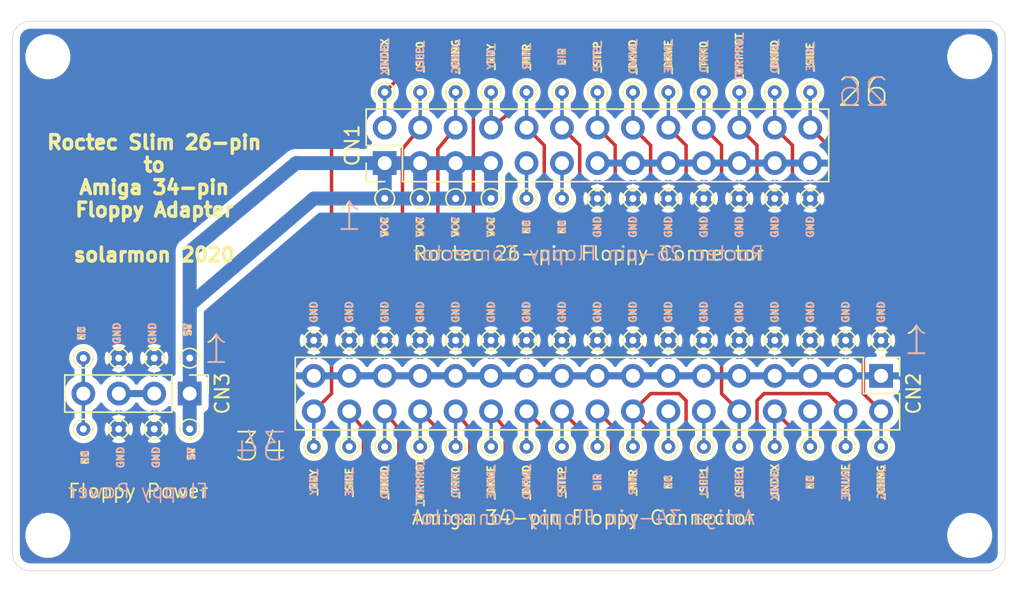
<source format=kicad_pcb>
(kicad_pcb (version 20171130) (host pcbnew "(5.1.2)-2")
  (layers (0 F.Cu signal) (31 B.Cu signal) (34 B.Paste user) (35 F.Paste user) (36 B.SilkS user) (37 F.SilkS user) (38 B.Mask user) (39 F.Mask user) (44 Edge.Cuts user))
  (net 0 "")
  (net 1 /_SIDE)
  (net 2 GND)
  (net 3 /_DKRD)
  (net 4 /_WRPROT)
  (net 5 /_TRK0)
  (net 6 /_DKWE)
  (net 7 /_DKWD)
  (net 8 /_STEP)
  (net 9 /DIR)
  (net 10 "Net-(CN1-Pad11)")
  (net 11 /_INUSE)
  (net 12 "Net-(CN1-Pad9)")
  (net 13 /_RDY)
  (net 14 VCC)
  (net 15 /_CHNG)
  (net 16 /_SEL0)
  (net 17 /_INDEX)
  (net 18 "Net-(CN2-Pad14)")
  (net 19 /_SEL1)
  (net 20 "Net-(CN2-Pad6)")
  (net 21 "Net-(CN3-Pad4)")
  (module TestPoint:TestPoint_THTPad_D1.0mm_Drill0.5mm (layer F.Cu) (at 132.08 97.79)
    (fp_text reference "" hide)
    (fp_text value TestPoint_THTPad_D1.0mm_Drill0.5mm)
    (pad "" thru_hole circle (at 0 0) (size 1 1) (drill 0.5) (layers *.Cu *.Mask) (net 2 GND))
  )
  (module TestPoint:TestPoint_THTPad_D1.0mm_Drill0.5mm (layer F.Cu) (at 134.62 97.79)
    (fp_text reference "" hide)
    (fp_text value TestPoint_THTPad_D1.0mm_Drill0.5mm)
    (pad "" thru_hole circle (at 0 0) (size 1 1) (drill 0.5) (layers *.Cu *.Mask) (net 2 GND))
  )
  (module TestPoint:TestPoint_THTPad_D1.0mm_Drill0.5mm (layer F.Cu) (at 137.16 97.79)
    (fp_text reference "" hide)
    (fp_text value TestPoint_THTPad_D1.0mm_Drill0.5mm)
    (pad "" thru_hole circle (at 0 0) (size 1 1) (drill 0.5) (layers *.Cu *.Mask) (net 2 GND))
  )
  (module TestPoint:TestPoint_THTPad_D1.0mm_Drill0.5mm (layer F.Cu) (at 139.7 97.79)
    (fp_text reference "" hide)
    (fp_text value TestPoint_THTPad_D1.0mm_Drill0.5mm)
    (pad "" thru_hole circle (at 0 0) (size 1 1) (drill 0.5) (layers *.Cu *.Mask) (net 2 GND))
  )
  (module TestPoint:TestPoint_THTPad_D1.0mm_Drill0.5mm (layer F.Cu) (at 142.24 97.79)
    (fp_text reference "" hide)
    (fp_text value TestPoint_THTPad_D1.0mm_Drill0.5mm)
    (pad "" thru_hole circle (at 0 0) (size 1 1) (drill 0.5) (layers *.Cu *.Mask) (net 2 GND))
  )
  (module TestPoint:TestPoint_THTPad_D1.0mm_Drill0.5mm (layer F.Cu) (at 144.78 97.79)
    (fp_text reference "" hide)
    (fp_text value TestPoint_THTPad_D1.0mm_Drill0.5mm)
    (pad "" thru_hole circle (at 0 0) (size 1 1) (drill 0.5) (layers *.Cu *.Mask) (net 2 GND))
  )
  (module TestPoint:TestPoint_THTPad_D1.0mm_Drill0.5mm (layer F.Cu) (at 147.32 97.79)
    (fp_text reference "" hide)
    (fp_text value TestPoint_THTPad_D1.0mm_Drill0.5mm)
    (pad "" thru_hole circle (at 0 0) (size 1 1) (drill 0.5) (layers *.Cu *.Mask) (net 2 GND))
  )
  (module TestPoint:TestPoint_THTPad_D1.0mm_Drill0.5mm (layer F.Cu) (at 111.76 107.95)
    (fp_text reference "" hide)
    (fp_text value TestPoint_THTPad_D1.0mm_Drill0.5mm)
    (pad "" thru_hole circle (at 0 0) (size 1 1) (drill 0.5) (layers *.Cu *.Mask) (net 2 GND))
  )
  (module TestPoint:TestPoint_THTPad_D1.0mm_Drill0.5mm (layer F.Cu) (at 114.3 107.95)
    (fp_text reference "" hide)
    (fp_text value TestPoint_THTPad_D1.0mm_Drill0.5mm)
    (pad "" thru_hole circle (at 0 0) (size 1 1) (drill 0.5) (layers *.Cu *.Mask) (net 2 GND))
  )
  (module TestPoint:TestPoint_THTPad_D1.0mm_Drill0.5mm (layer F.Cu) (at 116.84 107.95)
    (fp_text reference "" hide)
    (fp_text value TestPoint_THTPad_D1.0mm_Drill0.5mm)
    (pad "" thru_hole circle (at 0 0) (size 1 1) (drill 0.5) (layers *.Cu *.Mask) (net 2 GND))
  )
  (module TestPoint:TestPoint_THTPad_D1.0mm_Drill0.5mm (layer F.Cu) (at 119.38 107.95)
    (fp_text reference "" hide)
    (fp_text value TestPoint_THTPad_D1.0mm_Drill0.5mm)
    (pad "" thru_hole circle (at 0 0) (size 1 1) (drill 0.5) (layers *.Cu *.Mask) (net 2 GND))
  )
  (module TestPoint:TestPoint_THTPad_D1.0mm_Drill0.5mm (layer F.Cu) (at 121.92 107.95)
    (fp_text reference "" hide)
    (fp_text value TestPoint_THTPad_D1.0mm_Drill0.5mm)
    (pad "" thru_hole circle (at 0 0) (size 1 1) (drill 0.5) (layers *.Cu *.Mask) (net 2 GND))
  )
  (module TestPoint:TestPoint_THTPad_D1.0mm_Drill0.5mm (layer F.Cu) (at 124.46 107.95)
    (fp_text reference "" hide)
    (fp_text value TestPoint_THTPad_D1.0mm_Drill0.5mm)
    (pad "" thru_hole circle (at 0 0) (size 1 1) (drill 0.5) (layers *.Cu *.Mask) (net 2 GND))
  )
  (module TestPoint:TestPoint_THTPad_D1.0mm_Drill0.5mm (layer F.Cu) (at 127 107.95)
    (fp_text reference "" hide)
    (fp_text value TestPoint_THTPad_D1.0mm_Drill0.5mm)
    (pad "" thru_hole circle (at 0 0) (size 1 1) (drill 0.5) (layers *.Cu *.Mask) (net 2 GND))
  )
  (module TestPoint:TestPoint_THTPad_D1.0mm_Drill0.5mm (layer F.Cu) (at 129.54 107.95)
    (fp_text reference "" hide)
    (fp_text value TestPoint_THTPad_D1.0mm_Drill0.5mm)
    (pad "" thru_hole circle (at 0 0) (size 1 1) (drill 0.5) (layers *.Cu *.Mask) (net 2 GND))
  )
  (module TestPoint:TestPoint_THTPad_D1.0mm_Drill0.5mm (layer F.Cu) (at 132.08 107.95)
    (fp_text reference "" hide)
    (fp_text value TestPoint_THTPad_D1.0mm_Drill0.5mm)
    (pad "" thru_hole circle (at 0 0) (size 1 1) (drill 0.5) (layers *.Cu *.Mask) (net 2 GND))
  )
  (module TestPoint:TestPoint_THTPad_D1.0mm_Drill0.5mm (layer F.Cu) (at 134.62 107.95)
    (fp_text reference "" hide)
    (fp_text value TestPoint_THTPad_D1.0mm_Drill0.5mm)
    (pad "" thru_hole circle (at 0 0) (size 1 1) (drill 0.5) (layers *.Cu *.Mask) (net 2 GND))
  )
  (module TestPoint:TestPoint_THTPad_D1.0mm_Drill0.5mm (layer F.Cu) (at 137.16 107.95)
    (fp_text reference "" hide)
    (fp_text value TestPoint_THTPad_D1.0mm_Drill0.5mm)
    (pad "" thru_hole circle (at 0 0) (size 1 1) (drill 0.5) (layers *.Cu *.Mask) (net 2 GND))
  )
  (module TestPoint:TestPoint_THTPad_D1.0mm_Drill0.5mm (layer F.Cu) (at 139.7 107.95)
    (fp_text reference "" hide)
    (fp_text value TestPoint_THTPad_D1.0mm_Drill0.5mm)
    (pad "" thru_hole circle (at 0 0) (size 1 1) (drill 0.5) (layers *.Cu *.Mask) (net 2 GND))
  )
  (module TestPoint:TestPoint_THTPad_D1.0mm_Drill0.5mm (layer F.Cu) (at 142.24 107.95)
    (fp_text reference "" hide)
    (fp_text value TestPoint_THTPad_D1.0mm_Drill0.5mm)
    (pad "" thru_hole circle (at 0 0) (size 1 1) (drill 0.5) (layers *.Cu *.Mask) (net 2 GND))
  )
  (module TestPoint:TestPoint_THTPad_D1.0mm_Drill0.5mm (layer F.Cu) (at 144.78 107.95)
    (fp_text reference "" hide)
    (fp_text value TestPoint_THTPad_D1.0mm_Drill0.5mm)
    (pad "" thru_hole circle (at 0 0) (size 1 1) (drill 0.5) (layers *.Cu *.Mask) (net 2 GND))
  )
  (module TestPoint:TestPoint_THTPad_D1.0mm_Drill0.5mm (layer F.Cu) (at 147.32 90.17)
    (fp_text reference "" hide)
    (fp_text value TestPoint_THTPad_D1.0mm_Drill0.5mm)
    (pad "" thru_hole circle (at 0 0) (size 1 1) (drill 0.5) (layers *.Cu *.Mask))
  )
  (module TestPoint:TestPoint_THTPad_D1.0mm_Drill0.5mm (layer F.Cu) (at 144.78 90.17)
    (fp_text reference "" hide)
    (fp_text value TestPoint_THTPad_D1.0mm_Drill0.5mm)
    (pad "" thru_hole circle (at 0 0) (size 1 1) (drill 0.5) (layers *.Cu *.Mask))
  )
  (module TestPoint:TestPoint_THTPad_D1.0mm_Drill0.5mm (layer F.Cu) (at 142.24 90.17)
    (fp_text reference "" hide)
    (fp_text value TestPoint_THTPad_D1.0mm_Drill0.5mm)
    (pad "" thru_hole circle (at 0 0) (size 1 1) (drill 0.5) (layers *.Cu *.Mask))
  )
  (module TestPoint:TestPoint_THTPad_D1.0mm_Drill0.5mm (layer F.Cu) (at 139.7 90.17)
    (fp_text reference "" hide)
    (fp_text value TestPoint_THTPad_D1.0mm_Drill0.5mm)
    (pad "" thru_hole circle (at 0 0) (size 1 1) (drill 0.5) (layers *.Cu *.Mask))
  )
  (module TestPoint:TestPoint_THTPad_D1.0mm_Drill0.5mm (layer F.Cu) (at 137.16 90.17)
    (fp_text reference "" hide)
    (fp_text value TestPoint_THTPad_D1.0mm_Drill0.5mm)
    (pad "" thru_hole circle (at 0 0) (size 1 1) (drill 0.5) (layers *.Cu *.Mask))
  )
  (module TestPoint:TestPoint_THTPad_D1.0mm_Drill0.5mm (layer F.Cu) (at 134.62 90.17)
    (fp_text reference "" hide)
    (fp_text value TestPoint_THTPad_D1.0mm_Drill0.5mm)
    (pad "" thru_hole circle (at 0 0) (size 1 1) (drill 0.5) (layers *.Cu *.Mask))
  )
  (module TestPoint:TestPoint_THTPad_D1.0mm_Drill0.5mm (layer F.Cu) (at 132.08 90.17)
    (fp_text reference "" hide)
    (fp_text value TestPoint_THTPad_D1.0mm_Drill0.5mm)
    (pad "" thru_hole circle (at 0 0) (size 1 1) (drill 0.5) (layers *.Cu *.Mask))
  )
  (module TestPoint:TestPoint_THTPad_D1.0mm_Drill0.5mm (layer F.Cu) (at 129.54 90.17)
    (fp_text reference "" hide)
    (fp_text value TestPoint_THTPad_D1.0mm_Drill0.5mm)
    (pad "" thru_hole circle (at 0 0) (size 1 1) (drill 0.5) (layers *.Cu *.Mask))
  )
  (module TestPoint:TestPoint_THTPad_D1.0mm_Drill0.5mm (layer F.Cu) (at 127 90.17)
    (fp_text reference "" hide)
    (fp_text value TestPoint_THTPad_D1.0mm_Drill0.5mm)
    (pad "" thru_hole circle (at 0 0) (size 1 1) (drill 0.5) (layers *.Cu *.Mask))
  )
  (module TestPoint:TestPoint_THTPad_D1.0mm_Drill0.5mm (layer F.Cu) (at 124.46 90.17)
    (fp_text reference "" hide)
    (fp_text value TestPoint_THTPad_D1.0mm_Drill0.5mm)
    (pad "" thru_hole circle (at 0 0) (size 1 1) (drill 0.5) (layers *.Cu *.Mask))
  )
  (module TestPoint:TestPoint_THTPad_D1.0mm_Drill0.5mm (layer F.Cu) (at 121.92 90.17)
    (fp_text reference "" hide)
    (fp_text value TestPoint_THTPad_D1.0mm_Drill0.5mm)
    (pad "" thru_hole circle (at 0 0) (size 1 1) (drill 0.5) (layers *.Cu *.Mask))
  )
  (module TestPoint:TestPoint_THTPad_D1.0mm_Drill0.5mm (layer F.Cu) (at 119.38 90.17)
    (fp_text reference "" hide)
    (fp_text value TestPoint_THTPad_D1.0mm_Drill0.5mm)
    (pad "" thru_hole circle (at 0 0) (size 1 1) (drill 0.5) (layers *.Cu *.Mask))
  )
  (module TestPoint:TestPoint_THTPad_D1.0mm_Drill0.5mm (layer F.Cu) (at 116.84 90.17)
    (fp_text reference "" hide)
    (fp_text value TestPoint_THTPad_D1.0mm_Drill0.5mm)
    (pad "" thru_hole circle (at 0 0) (size 1 1) (drill 0.5) (layers *.Cu *.Mask) (net 17 /_INDEX))
  )
  (module TestPoint:TestPoint_THTPad_D1.0mm_Drill0.5mm (layer F.Cu) (at 129.54 97.79)
    (fp_text reference "" hide)
    (fp_text value TestPoint_THTPad_D1.0mm_Drill0.5mm)
    (pad "" thru_hole circle (at 0 0) (size 1 1) (drill 0.5) (layers *.Cu *.Mask))
  )
  (module TestPoint:TestPoint_THTPad_D1.0mm_Drill0.5mm (layer F.Cu) (at 127 97.79)
    (fp_text reference "" hide)
    (fp_text value TestPoint_THTPad_D1.0mm_Drill0.5mm)
    (pad "" thru_hole circle (at 0 0) (size 1 1) (drill 0.5) (layers *.Cu *.Mask))
  )
  (module TestPoint:TestPoint_THTPad_D1.0mm_Drill0.5mm (layer F.Cu) (at 124.46 97.79)
    (fp_text reference "" hide)
    (fp_text value TestPoint_THTPad_D1.0mm_Drill0.5mm)
    (pad "" thru_hole circle (at 0 0) (size 1 1) (drill 0.5) (layers *.Cu *.Mask) (net 14 VCC))
  )
  (module TestPoint:TestPoint_THTPad_D1.0mm_Drill0.5mm (layer F.Cu) (at 121.92 97.79)
    (fp_text reference "" hide)
    (fp_text value TestPoint_THTPad_D1.0mm_Drill0.5mm)
    (pad "" thru_hole circle (at 0 0) (size 1 1) (drill 0.5) (layers *.Cu *.Mask) (net 14 VCC))
  )
  (module TestPoint:TestPoint_THTPad_D1.0mm_Drill0.5mm (layer F.Cu) (at 119.38 97.79)
    (fp_text reference "" hide)
    (fp_text value TestPoint_THTPad_D1.0mm_Drill0.5mm)
    (pad "" thru_hole circle (at 0 0) (size 1 1) (drill 0.5) (layers *.Cu *.Mask) (net 14 VCC))
  )
  (module TestPoint:TestPoint_THTPad_D1.0mm_Drill0.5mm (layer F.Cu) (at 116.84 97.79)
    (fp_text reference "" hide)
    (fp_text value TestPoint_THTPad_D1.0mm_Drill0.5mm)
    (pad "" thru_hole circle (at 0 0) (size 1 1) (drill 0.5) (layers *.Cu *.Mask) (net 14 VCC))
  )
  (module TestPoint:TestPoint_THTPad_D1.0mm_Drill0.5mm (layer F.Cu) (at 102.87 114.3)
    (fp_text reference "" hide)
    (fp_text value TestPoint_THTPad_D1.0mm_Drill0.5mm)
    (pad "" thru_hole circle (at 0 0) (size 1 1) (drill 0.5) (layers *.Cu *.Mask) (net 14 VCC))
  )
  (module TestPoint:TestPoint_THTPad_D1.0mm_Drill0.5mm (layer F.Cu) (at 100.33 114.3)
    (fp_text reference "" hide)
    (fp_text value TestPoint_THTPad_D1.0mm_Drill0.5mm)
    (pad "" thru_hole circle (at 0 0) (size 1 1) (drill 0.5) (layers *.Cu *.Mask) (net 2 GND))
  )
  (module TestPoint:TestPoint_THTPad_D1.0mm_Drill0.5mm (layer F.Cu) (at 97.79 114.3)
    (fp_text reference "" hide)
    (fp_text value TestPoint_THTPad_D1.0mm_Drill0.5mm)
    (pad "" thru_hole circle (at 0 0) (size 1 1) (drill 0.5) (layers *.Cu *.Mask) (net 2 GND))
  )
  (module TestPoint:TestPoint_THTPad_D1.0mm_Drill0.5mm (layer F.Cu) (at 95.25 114.3)
    (fp_text reference "" hide)
    (fp_text value TestPoint_THTPad_D1.0mm_Drill0.5mm)
    (pad "" thru_hole circle (at 0 0) (size 1 1) (drill 0.5) (layers *.Cu *.Mask) (net 21 "Net-(CN3-Pad4)"))
  )
  (module TestPoint:TestPoint_THTPad_D1.0mm_Drill0.5mm (layer F.Cu) (at 95.25 109.22)
    (fp_text reference "" hide)
    (fp_text value TestPoint_THTPad_D1.0mm_Drill0.5mm)
    (pad "" thru_hole circle (at 0 0) (size 1 1) (drill 0.5) (layers *.Cu *.Mask) (net 21 "Net-(CN3-Pad4)"))
  )
  (module TestPoint:TestPoint_THTPad_D1.0mm_Drill0.5mm (layer F.Cu) (at 102.87 109.22)
    (fp_text reference "" hide)
    (fp_text value TestPoint_THTPad_D1.0mm_Drill0.5mm)
    (pad "" thru_hole circle (at 0 0) (size 1 1) (drill 0.5) (layers *.Cu *.Mask) (net 14 VCC))
  )
  (module TestPoint:TestPoint_THTPad_D1.0mm_Drill0.5mm (layer F.Cu) (at 100.33 109.22)
    (fp_text reference "" hide)
    (fp_text value TestPoint_THTPad_D1.0mm_Drill0.5mm)
    (pad "" thru_hole circle (at 0 0) (size 1 1) (drill 0.5) (layers *.Cu *.Mask) (net 2 GND))
  )
  (module TestPoint:TestPoint_THTPad_D1.0mm_Drill0.5mm (layer F.Cu) (at 97.79 109.22)
    (fp_text reference "" hide)
    (fp_text value TestPoint_THTPad_D1.0mm_Drill0.5mm)
    (pad "" thru_hole circle (at 0 0) (size 1 1) (drill 0.5) (layers *.Cu *.Mask) (net 2 GND))
  )
  (module TestPoint:TestPoint_THTPad_D1.0mm_Drill0.5mm (layer F.Cu) (at 147.32 107.95)
    (fp_text reference "" hide)
    (fp_text value TestPoint_THTPad_D1.0mm_Drill0.5mm)
    (pad "" thru_hole circle (at 0 0) (size 1 1) (drill 0.5) (layers *.Cu *.Mask) (net 2 GND))
  )
  (module TestPoint:TestPoint_THTPad_D1.0mm_Drill0.5mm (layer F.Cu) (at 149.86 107.95)
    (fp_text reference "" hide)
    (fp_text value TestPoint_THTPad_D1.0mm_Drill0.5mm)
    (pad "" thru_hole circle (at 0 0) (size 1 1) (drill 0.5) (layers *.Cu *.Mask) (net 2 GND))
  )
  (module TestPoint:TestPoint_THTPad_D1.0mm_Drill0.5mm (layer F.Cu) (at 152.4 107.95)
    (fp_text reference "" hide)
    (fp_text value TestPoint_THTPad_D1.0mm_Drill0.5mm)
    (pad "" thru_hole circle (at 0 0) (size 1 1) (drill 0.5) (layers *.Cu *.Mask) (net 2 GND))
  )
  (module TestPoint:TestPoint_THTPad_D1.0mm_Drill0.5mm (layer F.Cu) (at 111.76 115.57)
    (fp_text reference "" hide)
    (fp_text value TestPoint_THTPad_D1.0mm_Drill0.5mm)
    (pad "" thru_hole circle (at 0 0) (size 1 1) (drill 0.5) (layers *.Cu *.Mask))
  )
  (module TestPoint:TestPoint_THTPad_D1.0mm_Drill0.5mm (layer F.Cu) (at 114.3 115.57)
    (fp_text reference "" hide)
    (fp_text value TestPoint_THTPad_D1.0mm_Drill0.5mm)
    (pad "" thru_hole circle (at 0 0) (size 1 1) (drill 0.5) (layers *.Cu *.Mask))
  )
  (module TestPoint:TestPoint_THTPad_D1.0mm_Drill0.5mm (layer F.Cu) (at 116.84 115.57)
    (fp_text reference "" hide)
    (fp_text value TestPoint_THTPad_D1.0mm_Drill0.5mm)
    (pad "" thru_hole circle (at 0 0) (size 1 1) (drill 0.5) (layers *.Cu *.Mask))
  )
  (module TestPoint:TestPoint_THTPad_D1.0mm_Drill0.5mm (layer F.Cu) (at 119.38 115.57)
    (fp_text reference "" hide)
    (fp_text value TestPoint_THTPad_D1.0mm_Drill0.5mm)
    (pad "" thru_hole circle (at 0 0) (size 1 1) (drill 0.5) (layers *.Cu *.Mask))
  )
  (module TestPoint:TestPoint_THTPad_D1.0mm_Drill0.5mm (layer F.Cu) (at 121.92 115.57)
    (fp_text reference "" hide)
    (fp_text value TestPoint_THTPad_D1.0mm_Drill0.5mm)
    (pad "" thru_hole circle (at 0 0) (size 1 1) (drill 0.5) (layers *.Cu *.Mask))
  )
  (module TestPoint:TestPoint_THTPad_D1.0mm_Drill0.5mm (layer F.Cu) (at 124.46 115.57)
    (fp_text reference "" hide)
    (fp_text value TestPoint_THTPad_D1.0mm_Drill0.5mm)
    (pad "" thru_hole circle (at 0 0) (size 1 1) (drill 0.5) (layers *.Cu *.Mask))
  )
  (module TestPoint:TestPoint_THTPad_D1.0mm_Drill0.5mm (layer F.Cu) (at 127 115.57)
    (fp_text reference "" hide)
    (fp_text value TestPoint_THTPad_D1.0mm_Drill0.5mm)
    (pad "" thru_hole circle (at 0 0) (size 1 1) (drill 0.5) (layers *.Cu *.Mask))
  )
  (module TestPoint:TestPoint_THTPad_D1.0mm_Drill0.5mm (layer F.Cu) (at 129.54 115.57)
    (fp_text reference "" hide)
    (fp_text value TestPoint_THTPad_D1.0mm_Drill0.5mm)
    (pad "" thru_hole circle (at 0 0) (size 1 1) (drill 0.5) (layers *.Cu *.Mask))
  )
  (module TestPoint:TestPoint_THTPad_D1.0mm_Drill0.5mm (layer F.Cu) (at 132.08 115.57)
    (fp_text reference "" hide)
    (fp_text value TestPoint_THTPad_D1.0mm_Drill0.5mm)
    (pad "" thru_hole circle (at 0 0) (size 1 1) (drill 0.5) (layers *.Cu *.Mask))
  )
  (module TestPoint:TestPoint_THTPad_D1.0mm_Drill0.5mm (layer F.Cu) (at 134.62 115.57)
    (fp_text reference "" hide)
    (fp_text value TestPoint_THTPad_D1.0mm_Drill0.5mm)
    (pad "" thru_hole circle (at 0 0) (size 1 1) (drill 0.5) (layers *.Cu *.Mask))
  )
  (module TestPoint:TestPoint_THTPad_D1.0mm_Drill0.5mm (layer F.Cu) (at 137.16 115.57)
    (fp_text reference "" hide)
    (fp_text value TestPoint_THTPad_D1.0mm_Drill0.5mm)
    (pad "" thru_hole circle (at 0 0) (size 1 1) (drill 0.5) (layers *.Cu *.Mask))
  )
  (module TestPoint:TestPoint_THTPad_D1.0mm_Drill0.5mm (layer F.Cu) (at 139.7 115.57)
    (fp_text reference "" hide)
    (fp_text value TestPoint_THTPad_D1.0mm_Drill0.5mm)
    (pad "" thru_hole circle (at 0 0) (size 1 1) (drill 0.5) (layers *.Cu *.Mask))
  )
  (module TestPoint:TestPoint_THTPad_D1.0mm_Drill0.5mm (layer F.Cu) (at 142.24 115.57)
    (fp_text reference "" hide)
    (fp_text value TestPoint_THTPad_D1.0mm_Drill0.5mm)
    (pad "" thru_hole circle (at 0 0) (size 1 1) (drill 0.5) (layers *.Cu *.Mask))
  )
  (module TestPoint:TestPoint_THTPad_D1.0mm_Drill0.5mm (layer F.Cu) (at 144.78 115.57)
    (fp_text reference "" hide)
    (fp_text value TestPoint_THTPad_D1.0mm_Drill0.5mm)
    (pad "" thru_hole circle (at 0 0) (size 1 1) (drill 0.5) (layers *.Cu *.Mask))
  )
  (module TestPoint:TestPoint_THTPad_D1.0mm_Drill0.5mm (layer F.Cu) (at 147.32 115.57)
    (fp_text reference "" hide)
    (fp_text value TestPoint_THTPad_D1.0mm_Drill0.5mm)
    (pad "" thru_hole circle (at 0 0) (size 1 1) (drill 0.5) (layers *.Cu *.Mask))
  )
  (module TestPoint:TestPoint_THTPad_D1.0mm_Drill0.5mm (layer F.Cu) (at 149.86 115.57)
    (fp_text reference "" hide)
    (fp_text value TestPoint_THTPad_D1.0mm_Drill0.5mm)
    (pad "" thru_hole circle (at 0 0) (size 1 1) (drill 0.5) (layers *.Cu *.Mask) (net 11 /_INUSE))
  )
  (module TestPoint:TestPoint_THTPad_D1.0mm_Drill0.5mm (layer F.Cu) (at 152.4 115.57)
    (fp_text reference "" hide)
    (fp_text value TestPoint_THTPad_D1.0mm_Drill0.5mm)
    (pad "" thru_hole circle (at 0 0) (size 1 1) (drill 0.5) (layers *.Cu *.Mask) (net 15 /_CHNG))
  )
  (module Connector_PinHeader_2.54mm:PinHeader_2x17_P2.54mm_Vertical (layer F.Cu) (at 152.4 110.49 270)
    (fp_text reference CN2 (at 1.27 -2.33 90) (layer F.SilkS))
    (fp_text value Conn_02x17_Odd_Even)
    (pad 34 thru_hole oval (at 2.54 40.64 270) (size 1.7 1.7) (drill 1) (layers *.Cu *.Mask) (net 13 /_RDY))
    (pad 33 thru_hole oval (at 0 40.64 270) (size 1.7 1.7) (drill 1) (layers *.Cu *.Mask) (net 2 GND))
    (pad 32 thru_hole oval (at 2.54 38.1 270) (size 1.7 1.7) (drill 1) (layers *.Cu *.Mask) (net 1 /_SIDE))
    (pad 31 thru_hole oval (at 0 38.1 270) (size 1.7 1.7) (drill 1) (layers *.Cu *.Mask) (net 2 GND))
    (pad 30 thru_hole oval (at 2.54 35.56 270) (size 1.7 1.7) (drill 1) (layers *.Cu *.Mask) (net 3 /_DKRD))
    (pad 29 thru_hole oval (at 0 35.56 270) (size 1.7 1.7) (drill 1) (layers *.Cu *.Mask) (net 2 GND))
    (pad 28 thru_hole oval (at 2.54 33.02 270) (size 1.7 1.7) (drill 1) (layers *.Cu *.Mask) (net 4 /_WRPROT))
    (pad 27 thru_hole oval (at 0 33.02 270) (size 1.7 1.7) (drill 1) (layers *.Cu *.Mask) (net 2 GND))
    (pad 26 thru_hole oval (at 2.54 30.48 270) (size 1.7 1.7) (drill 1) (layers *.Cu *.Mask) (net 5 /_TRK0))
    (pad 25 thru_hole oval (at 0 30.48 270) (size 1.7 1.7) (drill 1) (layers *.Cu *.Mask) (net 2 GND))
    (pad 24 thru_hole oval (at 2.54 27.94 270) (size 1.7 1.7) (drill 1) (layers *.Cu *.Mask) (net 6 /_DKWE))
    (pad 23 thru_hole oval (at 0 27.94 270) (size 1.7 1.7) (drill 1) (layers *.Cu *.Mask) (net 2 GND))
    (pad 22 thru_hole oval (at 2.54 25.4 270) (size 1.7 1.7) (drill 1) (layers *.Cu *.Mask) (net 7 /_DKWD))
    (pad 21 thru_hole oval (at 0 25.4 270) (size 1.7 1.7) (drill 1) (layers *.Cu *.Mask) (net 2 GND))
    (pad 20 thru_hole oval (at 2.54 22.86 270) (size 1.7 1.7) (drill 1) (layers *.Cu *.Mask) (net 8 /_STEP))
    (pad 19 thru_hole oval (at 0 22.86 270) (size 1.7 1.7) (drill 1) (layers *.Cu *.Mask) (net 2 GND))
    (pad 18 thru_hole oval (at 2.54 20.32 270) (size 1.7 1.7) (drill 1) (layers *.Cu *.Mask) (net 9 /DIR))
    (pad 17 thru_hole oval (at 0 20.32 270) (size 1.7 1.7) (drill 1) (layers *.Cu *.Mask) (net 2 GND))
    (pad 16 thru_hole oval (at 2.54 17.78 270) (size 1.7 1.7) (drill 1) (layers *.Cu *.Mask) (net 11 /_INUSE))
    (pad 15 thru_hole oval (at 0 17.78 270) (size 1.7 1.7) (drill 1) (layers *.Cu *.Mask) (net 2 GND))
    (pad 14 thru_hole oval (at 2.54 15.24 270) (size 1.7 1.7) (drill 1) (layers *.Cu *.Mask) (net 18 "Net-(CN2-Pad14)"))
    (pad 13 thru_hole oval (at 0 15.24 270) (size 1.7 1.7) (drill 1) (layers *.Cu *.Mask) (net 2 GND))
    (pad 12 thru_hole oval (at 2.54 12.7 270) (size 1.7 1.7) (drill 1) (layers *.Cu *.Mask) (net 19 /_SEL1))
    (pad 11 thru_hole oval (at 0 12.7 270) (size 1.7 1.7) (drill 1) (layers *.Cu *.Mask) (net 2 GND))
    (pad 10 thru_hole oval (at 2.54 10.16 270) (size 1.7 1.7) (drill 1) (layers *.Cu *.Mask) (net 16 /_SEL0))
    (pad 9 thru_hole oval (at 0 10.16 270) (size 1.7 1.7) (drill 1) (layers *.Cu *.Mask) (net 2 GND))
    (pad 8 thru_hole oval (at 2.54 7.62 270) (size 1.7 1.7) (drill 1) (layers *.Cu *.Mask) (net 17 /_INDEX))
    (pad 7 thru_hole oval (at 0 7.62 270) (size 1.7 1.7) (drill 1) (layers *.Cu *.Mask) (net 2 GND))
    (pad 6 thru_hole oval (at 2.54 5.08 270) (size 1.7 1.7) (drill 1) (layers *.Cu *.Mask) (net 20 "Net-(CN2-Pad6)"))
    (pad 5 thru_hole oval (at 0 5.08 270) (size 1.7 1.7) (drill 1) (layers *.Cu *.Mask) (net 2 GND))
    (pad 4 thru_hole oval (at 2.54 2.54 270) (size 1.7 1.7) (drill 1) (layers *.Cu *.Mask) (net 11 /_INUSE))
    (pad 3 thru_hole oval (at 0 2.54 270) (size 1.7 1.7) (drill 1) (layers *.Cu *.Mask) (net 2 GND))
    (pad 2 thru_hole oval (at 2.54 0 270) (size 1.7 1.7) (drill 1) (layers *.Cu *.Mask) (net 15 /_CHNG))
    (pad 1 thru_hole rect (at 0 0 270) (size 1.7 1.7) (drill 1) (layers *.Cu *.Mask) (net 2 GND))
  )
  (module Connector_PinHeader_2.54mm:PinHeader_2x13_P2.54mm_Vertical (layer F.Cu) (at 116.84 95.25 90)
    (fp_text reference CN1 (at 1.27 -2.33 90) (layer F.SilkS))
    (fp_text value Conn_02x13_Odd_Even)
    (pad 26 thru_hole oval (at 2.54 30.48 90) (size 1.7 1.7) (drill 1) (layers *.Cu *.Mask) (net 1 /_SIDE))
    (pad 25 thru_hole oval (at 0 30.48 90) (size 1.7 1.7) (drill 1) (layers *.Cu *.Mask) (net 2 GND))
    (pad 24 thru_hole oval (at 2.54 27.94 90) (size 1.7 1.7) (drill 1) (layers *.Cu *.Mask) (net 3 /_DKRD))
    (pad 23 thru_hole oval (at 0 27.94 90) (size 1.7 1.7) (drill 1) (layers *.Cu *.Mask) (net 2 GND))
    (pad 22 thru_hole oval (at 2.54 25.4 90) (size 1.7 1.7) (drill 1) (layers *.Cu *.Mask) (net 4 /_WRPROT))
    (pad 21 thru_hole oval (at 0 25.4 90) (size 1.7 1.7) (drill 1) (layers *.Cu *.Mask) (net 2 GND))
    (pad 20 thru_hole oval (at 2.54 22.86 90) (size 1.7 1.7) (drill 1) (layers *.Cu *.Mask) (net 5 /_TRK0))
    (pad 19 thru_hole oval (at 0 22.86 90) (size 1.7 1.7) (drill 1) (layers *.Cu *.Mask) (net 2 GND))
    (pad 18 thru_hole oval (at 2.54 20.32 90) (size 1.7 1.7) (drill 1) (layers *.Cu *.Mask) (net 6 /_DKWE))
    (pad 17 thru_hole oval (at 0 20.32 90) (size 1.7 1.7) (drill 1) (layers *.Cu *.Mask) (net 2 GND))
    (pad 16 thru_hole oval (at 2.54 17.78 90) (size 1.7 1.7) (drill 1) (layers *.Cu *.Mask) (net 7 /_DKWD))
    (pad 15 thru_hole oval (at 0 17.78 90) (size 1.7 1.7) (drill 1) (layers *.Cu *.Mask) (net 2 GND))
    (pad 14 thru_hole oval (at 2.54 15.24 90) (size 1.7 1.7) (drill 1) (layers *.Cu *.Mask) (net 8 /_STEP))
    (pad 13 thru_hole oval (at 0 15.24 90) (size 1.7 1.7) (drill 1) (layers *.Cu *.Mask) (net 2 GND))
    (pad 12 thru_hole oval (at 2.54 12.7 90) (size 1.7 1.7) (drill 1) (layers *.Cu *.Mask) (net 9 /DIR))
    (pad 11 thru_hole oval (at 0 12.7 90) (size 1.7 1.7) (drill 1) (layers *.Cu *.Mask) (net 10 "Net-(CN1-Pad11)"))
    (pad 10 thru_hole oval (at 2.54 10.16 90) (size 1.7 1.7) (drill 1) (layers *.Cu *.Mask) (net 11 /_INUSE))
    (pad 9 thru_hole oval (at 0 10.16 90) (size 1.7 1.7) (drill 1) (layers *.Cu *.Mask) (net 12 "Net-(CN1-Pad9)"))
    (pad 8 thru_hole oval (at 2.54 7.62 90) (size 1.7 1.7) (drill 1) (layers *.Cu *.Mask) (net 13 /_RDY))
    (pad 7 thru_hole oval (at 0 7.62 90) (size 1.7 1.7) (drill 1) (layers *.Cu *.Mask) (net 14 VCC))
    (pad 6 thru_hole oval (at 2.54 5.08 90) (size 1.7 1.7) (drill 1) (layers *.Cu *.Mask) (net 15 /_CHNG))
    (pad 5 thru_hole oval (at 0 5.08 90) (size 1.7 1.7) (drill 1) (layers *.Cu *.Mask) (net 14 VCC))
    (pad 4 thru_hole oval (at 2.54 2.54 90) (size 1.7 1.7) (drill 1) (layers *.Cu *.Mask) (net 16 /_SEL0))
    (pad 3 thru_hole oval (at 0 2.54 90) (size 1.7 1.7) (drill 1) (layers *.Cu *.Mask) (net 14 VCC))
    (pad 2 thru_hole oval (at 2.54 0 90) (size 1.7 1.7) (drill 1) (layers *.Cu *.Mask) (net 17 /_INDEX))
    (pad 1 thru_hole rect (at 0 0 90) (size 1.7 1.7) (drill 1) (layers *.Cu *.Mask) (net 14 VCC))
  )
  (module Connector_PinHeader_2.54mm:PinHeader_1x04_P2.54mm_Vertical (layer F.Cu) (at 102.87 111.76 270)
    (fp_text reference CN3 (at 0 -2.33 90) (layer F.SilkS))
    (fp_text value Conn_01x04)
    (pad 4 thru_hole oval (at 0 7.62 270) (size 1.7 1.7) (drill 1) (layers *.Cu *.Mask) (net 21 "Net-(CN3-Pad4)"))
    (pad 3 thru_hole oval (at 0 5.08 270) (size 1.7 1.7) (drill 1) (layers *.Cu *.Mask) (net 2 GND))
    (pad 2 thru_hole oval (at 0 2.54 270) (size 1.7 1.7) (drill 1) (layers *.Cu *.Mask) (net 2 GND))
    (pad 1 thru_hole rect (at 0 0 270) (size 1.7 1.7) (drill 1) (layers *.Cu *.Mask) (net 14 VCC))
  )
  (module MountingHole:MountingHole_2.2mm_M2 (layer F.Cu) (at 92.71 87.63)
    (fp_text reference "" hide)
    (fp_text value MountingHole_2.2mm_M2)
    (pad "" np_thru_hole circle (at 0 0) (size 2.2 2.2) (drill 2.2) (layers *.Cu *.Mask))
  )
  (module MountingHole:MountingHole_2.2mm_M2 (layer F.Cu) (at 92.71 121.92)
    (fp_text reference "" hide)
    (fp_text value MountingHole_2.2mm_M2)
    (pad 1 np_thru_hole circle (at 0 0) (size 2.2 2.2) (drill 2.2) (layers *.Cu *.Mask))
  )
  (module MountingHole:MountingHole_2.2mm_M2 (layer F.Cu) (at 158.75 121.92)
    (fp_text reference "" hide)
    (fp_text value MountingHole_2.2mm_M2)
    (pad "" np_thru_hole circle (at 0 0) (size 2.2 2.2) (drill 2.2) (layers *.Cu *.Mask))
  )
  (module MountingHole:MountingHole_2.2mm_M2 (layer F.Cu) (at 158.75 87.63)
    (fp_text reference "" hide)
    (fp_text value MountingHole_2.2mm_M2)
    (pad 1 np_thru_hole circle (at 0 0) (size 2.2 2.2) (drill 2.2) (layers *.Cu *.Mask))
  )
  (gr_text GND (at 97.663 107.442 90) (layer F.SilkS) (effects (font (size 0.5 0.5) (thickness 0.125))))
  (gr_text NC (at 95.123 107.442 90) (layer F.SilkS) (effects (font (size 0.5 0.5) (thickness 0.125))))
  (gr_text 5V (at 102.743 107.188 90) (layer F.SilkS) (effects (font (size 0.5 0.5) (thickness 0.125))))
  (gr_text GND (at 100.203 107.442 90) (layer F.SilkS) (effects (font (size 0.5 0.5) (thickness 0.125))))
  (gr_text GND (at 100.203 107.442 90) (layer B.SilkS) (effects (font (size 0.5 0.5) (thickness 0.125)) (justify mirror)))
  (gr_text GND (at 97.663 107.442 90) (layer B.SilkS) (effects (font (size 0.5 0.5) (thickness 0.125)) (justify mirror)))
  (gr_text NC (at 95.123 107.442 90) (layer B.SilkS) (effects (font (size 0.5 0.5) (thickness 0.125)) (justify mirror)))
  (gr_text 5V (at 102.743 107.188 90) (layer B.SilkS) (effects (font (size 0.5 0.5) (thickness 0.125)) (justify mirror)))
  (gr_text "Roctec Slim 26-pin\nto\nAmiga 34-pin\nFloppy Adapter\n\nsolarmon 2020" (at 100.33 97.79) (layer F.SilkS) (effects (font (size 1 1) (thickness 0.25))))
  (gr_text NC (at 137.16 118.11 90) (layer B.SilkS) (effects (font (size 0.5 0.5) (thickness 0.125)) (justify mirror)))
  (gr_text NC (at 147.32 118.11 90) (layer B.SilkS) (effects (font (size 0.5 0.5) (thickness 0.125)) (justify mirror)))
  (gr_text _TRK0 (at 121.92 118.11 90) (layer B.SilkS) (effects (font (size 0.5 0.5) (thickness 0.125)) (justify mirror)))
  (gr_text _SIDE (at 114.3 118.11 90) (layer B.SilkS) (effects (font (size 0.5 0.5) (thickness 0.125)) (justify mirror)))
  (gr_text _DKRD (at 116.84 118.11 90) (layer B.SilkS) (effects (font (size 0.5 0.5) (thickness 0.125)) (justify mirror)))
  (gr_text _CHNG (at 152.4 118.11 90) (layer B.SilkS) (effects (font (size 0.5 0.5) (thickness 0.125)) (justify mirror)))
  (gr_text _STEP (at 129.54 118.11 90) (layer B.SilkS) (effects (font (size 0.5 0.5) (thickness 0.125)) (justify mirror)))
  (gr_text _RDY (at 111.76 118.11 90) (layer B.SilkS) (effects (font (size 0.5 0.5) (thickness 0.125)) (justify mirror)))
  (gr_text _WRPROT (at 119.38 118.11 90) (layer B.SilkS) (effects (font (size 0.5 0.5) (thickness 0.125)) (justify mirror)))
  (gr_text _DKWE (at 124.46 118.11 90) (layer B.SilkS) (effects (font (size 0.5 0.5) (thickness 0.125)) (justify mirror)))
  (gr_text _SEL0 (at 142.24 118.11 90) (layer B.SilkS) (effects (font (size 0.5 0.5) (thickness 0.125)) (justify mirror)))
  (gr_text _INUSE (at 149.86 118.11 90) (layer B.SilkS) (effects (font (size 0.5 0.5) (thickness 0.125)) (justify mirror)))
  (gr_text _MTR (at 134.62 118.11 90) (layer B.SilkS) (effects (font (size 0.5 0.5) (thickness 0.125)) (justify mirror)))
  (gr_text DIR (at 132.08 118.11 90) (layer B.SilkS) (effects (font (size 0.5 0.5) (thickness 0.125)) (justify mirror)))
  (gr_text _INDEX (at 144.78 118.11 90) (layer B.SilkS) (effects (font (size 0.5 0.5) (thickness 0.125)) (justify mirror)))
  (gr_text _SEL1 (at 139.7 118.11 90) (layer B.SilkS) (effects (font (size 0.5 0.5) (thickness 0.125)) (justify mirror)))
  (gr_text _DKWD (at 127 118.11 90) (layer B.SilkS) (effects (font (size 0.5 0.5) (thickness 0.125)) (justify mirror)))
  (gr_text GND (at 114.3 105.918 90) (layer B.SilkS) (effects (font (size 0.5 0.5) (thickness 0.125)) (justify mirror)))
  (gr_text GND (at 144.78 105.918 90) (layer B.SilkS) (effects (font (size 0.5 0.5) (thickness 0.125)) (justify mirror)))
  (gr_text GND (at 147.32 105.918 90) (layer B.SilkS) (effects (font (size 0.5 0.5) (thickness 0.125)) (justify mirror)))
  (gr_text GND (at 137.16 105.918 90) (layer B.SilkS) (effects (font (size 0.5 0.5) (thickness 0.125)) (justify mirror)))
  (gr_text GND (at 129.54 105.918 90) (layer B.SilkS) (effects (font (size 0.5 0.5) (thickness 0.125)) (justify mirror)))
  (gr_text GND (at 134.62 105.918 90) (layer B.SilkS) (effects (font (size 0.5 0.5) (thickness 0.125)) (justify mirror)))
  (gr_text GND (at 139.7 105.918 90) (layer B.SilkS) (effects (font (size 0.5 0.5) (thickness 0.125)) (justify mirror)))
  (gr_text GND (at 111.76 105.918 90) (layer B.SilkS) (effects (font (size 0.5 0.5) (thickness 0.125)) (justify mirror)))
  (gr_text GND (at 152.4 105.918 90) (layer B.SilkS) (effects (font (size 0.5 0.5) (thickness 0.125)) (justify mirror)))
  (gr_text GND (at 149.86 105.918 90) (layer B.SilkS) (effects (font (size 0.5 0.5) (thickness 0.125)) (justify mirror)))
  (gr_text GND (at 132.08 105.918 90) (layer B.SilkS) (effects (font (size 0.5 0.5) (thickness 0.125)) (justify mirror)))
  (gr_text GND (at 127 105.918 90) (layer B.SilkS) (effects (font (size 0.5 0.5) (thickness 0.125)) (justify mirror)))
  (gr_text GND (at 121.92 105.918 90) (layer B.SilkS) (effects (font (size 0.5 0.5) (thickness 0.125)) (justify mirror)))
  (gr_text GND (at 116.84 105.918 90) (layer B.SilkS) (effects (font (size 0.5 0.5) (thickness 0.125)) (justify mirror)))
  (gr_text GND (at 142.24 105.918 90) (layer B.SilkS) (effects (font (size 0.5 0.5) (thickness 0.125)) (justify mirror)))
  (gr_text GND (at 119.38 105.918 90) (layer B.SilkS) (effects (font (size 0.5 0.5) (thickness 0.125)) (justify mirror)))
  (gr_text GND (at 124.46 105.918 90) (layer B.SilkS) (effects (font (size 0.5 0.5) (thickness 0.125)) (justify mirror)))
  (gr_text GND (at 127 105.918 90) (layer B.SilkS) (effects (font (size 0.5 0.5) (thickness 0.125)) (justify mirror)))
  (gr_text NC (at 129.54 99.822 90) (layer B.SilkS) (effects (font (size 0.5 0.5) (thickness 0.125)) (justify mirror)))
  (gr_text VCC (at 119.38 99.822 90) (layer B.SilkS) (effects (font (size 0.5 0.5) (thickness 0.125)) (justify mirror)))
  (gr_text VCC (at 121.92 99.822 90) (layer B.SilkS) (effects (font (size 0.5 0.5) (thickness 0.125)) (justify mirror)))
  (gr_text VCC (at 124.46 99.822 90) (layer B.SilkS) (effects (font (size 0.5 0.5) (thickness 0.125)) (justify mirror)))
  (gr_text NC (at 127 99.822 90) (layer B.SilkS) (effects (font (size 0.5 0.5) (thickness 0.125)) (justify mirror)))
  (gr_text VCC (at 116.84 99.822 90) (layer B.SilkS) (effects (font (size 0.5 0.5) (thickness 0.125)) (justify mirror)))
  (gr_text GND (at 142.24 99.822 90) (layer B.SilkS) (effects (font (size 0.5 0.5) (thickness 0.125)) (justify mirror)))
  (gr_text GND (at 134.62 99.822 90) (layer B.SilkS) (effects (font (size 0.5 0.5) (thickness 0.125)) (justify mirror)))
  (gr_text GND (at 132.08 99.822 90) (layer B.SilkS) (effects (font (size 0.5 0.5) (thickness 0.125)) (justify mirror)))
  (gr_text GND (at 147.32 99.822 90) (layer B.SilkS) (effects (font (size 0.5 0.5) (thickness 0.125)) (justify mirror)))
  (gr_text GND (at 139.7 99.822 90) (layer B.SilkS) (effects (font (size 0.5 0.5) (thickness 0.125)) (justify mirror)))
  (gr_text GND (at 137.16 99.822 90) (layer B.SilkS) (effects (font (size 0.5 0.5) (thickness 0.125)) (justify mirror)))
  (gr_text GND (at 144.78 99.822 90) (layer B.SilkS) (effects (font (size 0.5 0.5) (thickness 0.125)) (justify mirror)))
  (gr_text _MTR (at 127 87.63 90) (layer B.SilkS) (effects (font (size 0.5 0.5) (thickness 0.125)) (justify mirror)))
  (gr_text _RDY (at 124.46 87.63 90) (layer B.SilkS) (effects (font (size 0.5 0.5) (thickness 0.125)) (justify mirror)))
  (gr_text _CHNG (at 121.92 87.63 90) (layer B.SilkS) (effects (font (size 0.5 0.5) (thickness 0.125)) (justify mirror)))
  (gr_text _SEL0 (at 119.38 87.63 90) (layer B.SilkS) (effects (font (size 0.5 0.5) (thickness 0.125)) (justify mirror)))
  (gr_text _INDEX (at 116.84 87.63 90) (layer B.SilkS) (effects (font (size 0.5 0.5) (thickness 0.125)) (justify mirror)))
  (gr_text _DKWD (at 134.62 87.63 90) (layer B.SilkS) (effects (font (size 0.5 0.5) (thickness 0.125)) (justify mirror)))
  (gr_text DIR (at 129.54 87.63 90) (layer B.SilkS) (effects (font (size 0.5 0.5) (thickness 0.125)) (justify mirror)))
  (gr_text _STEP (at 132.08 87.63 90) (layer B.SilkS) (effects (font (size 0.5 0.5) (thickness 0.125)) (justify mirror)))
  (gr_text _DKRD (at 144.78 87.63 90) (layer B.SilkS) (effects (font (size 0.5 0.5) (thickness 0.125)) (justify mirror)))
  (gr_text _WRPROT (at 142.24 87.63 90) (layer B.SilkS) (effects (font (size 0.5 0.5) (thickness 0.125)) (justify mirror)))
  (gr_text _DKWE (at 137.16 87.63 90) (layer B.SilkS) (effects (font (size 0.5 0.5) (thickness 0.125)) (justify mirror)))
  (gr_text _TRK0 (at 139.7 87.63 90) (layer B.SilkS) (effects (font (size 0.5 0.5) (thickness 0.125)) (justify mirror)))
  (gr_text _SIDE (at 147.32 87.63 90) (layer B.SilkS) (effects (font (size 0.5 0.5) (thickness 0.125)) (justify mirror)))
  (gr_text "Amiga 34-pin Floppy Connector" (at 131.064 120.65) (layer B.SilkS) (effects (font (size 1 1) (thickness 0.125)) (justify mirror)))
  (gr_text "Roctec 26-pin Floppy Connector" (at 131.445 101.727) (layer B.SilkS) (effects (font (size 1 1) (thickness 0.125)) (justify mirror)))
  (gr_arc (start 91.44 123.19) (end 90.17 123.19) (angle -90) (layer Edge.Cuts) (width 0.05))
  (gr_arc (start 160.02 123.19) (end 160.02 124.46) (angle -90) (layer Edge.Cuts) (width 0.05))
  (gr_arc (start 160.02 86.36) (end 161.29 86.36) (angle -90) (layer Edge.Cuts) (width 0.05))
  (gr_arc (start 91.44 86.36) (end 91.44 85.09) (angle -90) (layer Edge.Cuts) (width 0.05))
  (gr_line (start 90.17 123.19) (end 90.17 86.36) (layer Edge.Cuts) (width 0.05))
  (gr_line (start 160.02 124.46) (end 91.44 124.46) (layer Edge.Cuts) (width 0.05))
  (gr_line (start 161.29 86.36) (end 161.29 123.19) (layer Edge.Cuts) (width 0.05))
  (gr_line (start 91.44 85.09) (end 160.02 85.09) (layer Edge.Cuts) (width 0.05))
  (gr_text 1 (at 114.3 99.06) (layer B.SilkS) (effects (font (size 2 2) (thickness 0.125)) (justify mirror)))
  (gr_text 26 (at 151.13 90.17) (layer B.SilkS) (effects (font (size 2 2) (thickness 0.125)) (justify mirror)))
  (gr_text 34 (at 107.95 115.57) (layer B.SilkS) (effects (font (size 2 2) (thickness 0.125)) (justify mirror)))
  (gr_text 1 (at 154.94 107.95) (layer B.SilkS) (effects (font (size 2 2) (thickness 0.125)) (justify mirror)))
  (gr_text 1 (at 104.775 108.585) (layer B.SilkS) (effects (font (size 2 2) (thickness 0.125)) (justify mirror)))
  (gr_text "Floppy Power" (at 99.187 118.745) (layer B.SilkS) (effects (font (size 1 1) (thickness 0.125)) (justify mirror)))
  (gr_text NC (at 95.377 116.332 90) (layer B.SilkS) (effects (font (size 0.5 0.5) (thickness 0.125)) (justify mirror)))
  (gr_text GND (at 97.917 116.332 90) (layer B.SilkS) (effects (font (size 0.5 0.5) (thickness 0.125)) (justify mirror)))
  (gr_text GND (at 100.457 116.332 90) (layer B.SilkS) (effects (font (size 0.5 0.5) (thickness 0.125)) (justify mirror)))
  (gr_text 5V (at 102.997 116.078 90) (layer B.SilkS) (effects (font (size 0.5 0.5) (thickness 0.125)) (justify mirror)))
  (gr_text _MTR (at 127 87.63 90) (layer F.SilkS) (effects (font (size 0.5 0.5) (thickness 0.125))))
  (gr_text _RDY (at 124.46 87.63 90) (layer F.SilkS) (effects (font (size 0.5 0.5) (thickness 0.125))))
  (gr_text _CHNG (at 121.92 87.63 90) (layer F.SilkS) (effects (font (size 0.5 0.5) (thickness 0.125))))
  (gr_text _SEL0 (at 119.38 87.63 90) (layer F.SilkS) (effects (font (size 0.5 0.5) (thickness 0.125))))
  (gr_text _INDEX (at 116.84 87.63 90) (layer F.SilkS) (effects (font (size 0.5 0.5) (thickness 0.125))))
  (gr_text "Roctec 26-pin Floppy Connector" (at 131.445 101.727) (layer F.SilkS) (effects (font (size 1 1) (thickness 0.125))))
  (gr_text "Amiga 34-pin Floppy Connector" (at 131.064 120.65) (layer F.SilkS) (effects (font (size 1 1) (thickness 0.125))))
  (gr_text "Floppy Power" (at 99.187 118.745) (layer F.SilkS) (effects (font (size 1 1) (thickness 0.125))))
  (gr_text NC (at 147.32 118.11 90) (layer F.SilkS) (effects (font (size 0.5 0.5) (thickness 0.125))))
  (gr_text NC (at 137.16 118.11 90) (layer F.SilkS) (effects (font (size 0.5 0.5) (thickness 0.125))))
  (gr_text NC (at 129.54 99.822 90) (layer F.SilkS) (effects (font (size 0.5 0.5) (thickness 0.125))))
  (gr_text NC (at 127 99.822 90) (layer F.SilkS) (effects (font (size 0.5 0.5) (thickness 0.125))))
  (gr_text VCC (at 124.46 99.822 90) (layer F.SilkS) (effects (font (size 0.5 0.5) (thickness 0.125))))
  (gr_text VCC (at 121.92 99.822 90) (layer F.SilkS) (effects (font (size 0.5 0.5) (thickness 0.125))))
  (gr_text VCC (at 119.38 99.822 90) (layer F.SilkS) (effects (font (size 0.5 0.5) (thickness 0.125))))
  (gr_text VCC (at 116.84 99.822 90) (layer F.SilkS) (effects (font (size 0.5 0.5) (thickness 0.125))))
  (gr_text GND (at 144.78 105.918 90) (layer F.SilkS) (effects (font (size 0.5 0.5) (thickness 0.125))))
  (gr_text GND (at 147.32 105.918 90) (layer F.SilkS) (effects (font (size 0.5 0.5) (thickness 0.125))))
  (gr_text GND (at 149.86 105.918 90) (layer F.SilkS) (effects (font (size 0.5 0.5) (thickness 0.125))))
  (gr_text GND (at 129.54 105.918 90) (layer F.SilkS) (effects (font (size 0.5 0.5) (thickness 0.125))))
  (gr_text GND (at 127 105.918 90) (layer F.SilkS) (effects (font (size 0.5 0.5) (thickness 0.125))))
  (gr_text GND (at 137.16 105.918 90) (layer F.SilkS) (effects (font (size 0.5 0.5) (thickness 0.125))))
  (gr_text GND (at 132.08 105.918 90) (layer F.SilkS) (effects (font (size 0.5 0.5) (thickness 0.125))))
  (gr_text GND (at 134.62 105.918 90) (layer F.SilkS) (effects (font (size 0.5 0.5) (thickness 0.125))))
  (gr_text GND (at 139.7 105.918 90) (layer F.SilkS) (effects (font (size 0.5 0.5) (thickness 0.125))))
  (gr_text GND (at 142.24 105.918 90) (layer F.SilkS) (effects (font (size 0.5 0.5) (thickness 0.125))))
  (gr_text GND (at 121.92 105.918 90) (layer F.SilkS) (effects (font (size 0.5 0.5) (thickness 0.125))))
  (gr_text GND (at 114.3 105.918 90) (layer F.SilkS) (effects (font (size 0.5 0.5) (thickness 0.125))))
  (gr_text GND (at 111.76 105.918 90) (layer F.SilkS) (effects (font (size 0.5 0.5) (thickness 0.125))))
  (gr_text GND (at 127 105.918 90) (layer F.SilkS) (effects (font (size 0.5 0.5) (thickness 0.125))))
  (gr_text GND (at 119.38 105.918 90) (layer F.SilkS) (effects (font (size 0.5 0.5) (thickness 0.125))))
  (gr_text GND (at 116.84 105.918 90) (layer F.SilkS) (effects (font (size 0.5 0.5) (thickness 0.125))))
  (gr_text GND (at 124.46 105.918 90) (layer F.SilkS) (effects (font (size 0.5 0.5) (thickness 0.125))))
  (gr_text GND (at 152.4 105.918 90) (layer F.SilkS) (effects (font (size 0.5 0.5) (thickness 0.125))))
  (gr_text GND (at 147.32 99.822 90) (layer F.SilkS) (effects (font (size 0.5 0.5) (thickness 0.125))))
  (gr_text GND (at 144.78 99.822 90) (layer F.SilkS) (effects (font (size 0.5 0.5) (thickness 0.125))))
  (gr_text GND (at 142.24 99.822 90) (layer F.SilkS) (effects (font (size 0.5 0.5) (thickness 0.125))))
  (gr_text GND (at 139.7 99.822 90) (layer F.SilkS) (effects (font (size 0.5 0.5) (thickness 0.125))))
  (gr_text GND (at 137.16 99.822 90) (layer F.SilkS) (effects (font (size 0.5 0.5) (thickness 0.125))))
  (gr_text GND (at 134.62 99.822 90) (layer F.SilkS) (effects (font (size 0.5 0.5) (thickness 0.125))))
  (gr_text GND (at 132.08 99.822 90) (layer F.SilkS) (effects (font (size 0.5 0.5) (thickness 0.125))))
  (gr_text NC (at 95.377 116.332 90) (layer F.SilkS) (effects (font (size 0.5 0.5) (thickness 0.125))))
  (gr_text GND (at 97.917 116.332 90) (layer F.SilkS) (effects (font (size 0.5 0.5) (thickness 0.125))))
  (gr_text GND (at 100.457 116.332 90) (layer F.SilkS) (effects (font (size 0.5 0.5) (thickness 0.125))))
  (gr_text 5V (at 102.997 116.078 90) (layer F.SilkS) (effects (font (size 0.5 0.5) (thickness 0.125))))
  (gr_text 1 (at 104.775 108.585) (layer F.SilkS) (effects (font (size 2 2) (thickness 0.125))))
  (gr_text 26 (at 151.13 90.17) (layer F.SilkS) (effects (font (size 2 2) (thickness 0.125))))
  (gr_text 34 (at 107.95 115.57) (layer F.SilkS) (effects (font (size 2 2) (thickness 0.125))))
  (gr_text 1 (at 114.3 99.06) (layer F.SilkS) (effects (font (size 2 2) (thickness 0.125))))
  (gr_text 1 (at 154.94 107.95) (layer F.SilkS) (effects (font (size 2 2) (thickness 0.125))))
  (gr_text _INUSE (at 149.86 118.11 90) (layer F.SilkS) (effects (font (size 0.5 0.5) (thickness 0.125))))
  (gr_text _SEL0 (at 142.24 118.11 90) (layer F.SilkS) (effects (font (size 0.5 0.5) (thickness 0.125))))
  (gr_text _INDEX (at 144.78 118.11 90) (layer F.SilkS) (effects (font (size 0.5 0.5) (thickness 0.125))))
  (gr_text _SEL1 (at 139.7 118.11 90) (layer F.SilkS) (effects (font (size 0.5 0.5) (thickness 0.125))))
  (gr_text _DKWD (at 127 118.11 90) (layer F.SilkS) (effects (font (size 0.5 0.5) (thickness 0.125))))
  (gr_text DIR (at 132.08 118.11 90) (layer F.SilkS) (effects (font (size 0.5 0.5) (thickness 0.125))))
  (gr_text _MTR (at 134.62 118.11 90) (layer F.SilkS) (effects (font (size 0.5 0.5) (thickness 0.125))))
  (gr_text _CHNG (at 152.4 118.11 90) (layer F.SilkS) (effects (font (size 0.5 0.5) (thickness 0.125))))
  (gr_text _STEP (at 129.54 118.11 90) (layer F.SilkS) (effects (font (size 0.5 0.5) (thickness 0.125))))
  (gr_text _RDY (at 111.76 118.11 90) (layer F.SilkS) (effects (font (size 0.5 0.5) (thickness 0.125))))
  (gr_text _DKRD (at 116.84 118.11 90) (layer F.SilkS) (effects (font (size 0.5 0.5) (thickness 0.125))))
  (gr_text _WRPROT (at 119.38 118.11 90) (layer F.SilkS) (effects (font (size 0.5 0.5) (thickness 0.125))))
  (gr_text _DKWE (at 124.46 118.11 90) (layer F.SilkS) (effects (font (size 0.5 0.5) (thickness 0.125))))
  (gr_text _TRK0 (at 121.92 118.11 90) (layer F.SilkS) (effects (font (size 0.5 0.5) (thickness 0.125))))
  (gr_text _SIDE (at 114.3 118.11 90) (layer F.SilkS) (effects (font (size 0.5 0.5) (thickness 0.125))))
  (gr_text _DKWE (at 137.16 87.63 90) (layer F.SilkS) (effects (font (size 0.5 0.5) (thickness 0.125))))
  (gr_text _TRK0 (at 139.7 87.63 90) (layer F.SilkS) (effects (font (size 0.5 0.5) (thickness 0.125))))
  (gr_text _SIDE (at 147.32 87.63 90) (layer F.SilkS) (effects (font (size 0.5 0.5) (thickness 0.125))))
  (gr_text _DKRD (at 144.78 87.63 90) (layer F.SilkS) (effects (font (size 0.5 0.5) (thickness 0.125))))
  (gr_text _WRPROT (at 142.24 87.63 90) (layer F.SilkS) (effects (font (size 0.5 0.5) (thickness 0.125))))
  (gr_text _DKWD (at 134.62 87.63 90) (layer F.SilkS) (effects (font (size 0.5 0.5) (thickness 0.125))))
  (gr_text _STEP (at 132.08 87.63 90) (layer F.SilkS) (effects (font (size 0.5 0.5) (thickness 0.125))))
  (gr_text DIR (at 129.54 87.63 90) (layer F.SilkS) (effects (font (size 0.5 0.5) (thickness 0.125))))
  (segment (start 114.3 113.03) (end 114.3 115.57) (width 0.25) (layer B.Cu) (net 1))
  (segment (start 147.32 92.71) (end 147.32 90.17) (width 0.25) (layer B.Cu) (net 1))
  (segment (start 115.316 114.3) (end 114.3 113.03) (width 0.25) (layer F.Cu) (net 1))
  (segment (start 115.316 121.666) (end 115.316 114.3) (width 0.25) (layer F.Cu) (net 1))
  (segment (start 116.586 123.698) (end 115.316 121.666) (width 0.25) (layer F.Cu) (net 1))
  (segment (start 160.274 117.094) (end 152.62343 123.72857) (width 0.25) (layer F.Cu) (net 1))
  (segment (start 149.098 94.488) (end 149.098 98.298) (width 0.25) (layer F.Cu) (net 1))
  (segment (start 147.32 92.71) (end 149.098 94.488) (width 0.25) (layer F.Cu) (net 1))
  (segment (start 152.62343 123.72857) (end 116.586 123.698) (width 0.25) (layer F.Cu) (net 1))
  (segment (start 149.098 98.298) (end 150.057407 99.624593) (width 0.25) (layer F.Cu) (net 1))
  (segment (start 150.057407 99.624593) (end 157.226 99.568) (width 0.25) (layer F.Cu) (net 1))
  (segment (start 157.226 99.568) (end 160.274 103.378) (width 0.25) (layer F.Cu) (net 1))
  (segment (start 160.274 103.378) (end 160.274 117.094) (width 0.25) (layer F.Cu) (net 1))
  (segment (start 152.4 110.49) (end 111.76 110.49) (width 0.5) (layer B.Cu) (net 2))
  (segment (start 116.84 113.03) (end 116.84 115.57) (width 0.25) (layer B.Cu) (net 3))
  (segment (start 144.78 92.71) (end 144.78 90.17) (width 0.25) (layer B.Cu) (net 3))
  (segment (start 117.856 114.3) (end 116.84 113.03) (width 0.25) (layer F.Cu) (net 3))
  (segment (start 117.856 120.904) (end 117.856 114.3) (width 0.25) (layer F.Cu) (net 3))
  (segment (start 152.367962 123.222038) (end 119.38 123.19) (width 0.25) (layer F.Cu) (net 3))
  (segment (start 159.766 116.84) (end 152.367962 123.222038) (width 0.25) (layer F.Cu) (net 3))
  (segment (start 119.38 123.19) (end 117.856 120.904) (width 0.25) (layer F.Cu) (net 3))
  (segment (start 146.05 93.98) (end 146.05 98.552) (width 0.25) (layer F.Cu) (net 3))
  (segment (start 144.78 92.71) (end 146.05 93.98) (width 0.25) (layer F.Cu) (net 3))
  (segment (start 146.05 98.552) (end 147.32 100.33) (width 0.25) (layer F.Cu) (net 3))
  (segment (start 147.32 100.33) (end 156.789437 100.258563) (width 0.25) (layer F.Cu) (net 3))
  (segment (start 156.789437 100.258563) (end 159.766 103.632) (width 0.25) (layer F.Cu) (net 3))
  (segment (start 159.766 103.632) (end 159.766 116.84) (width 0.25) (layer F.Cu) (net 3))
  (segment (start 142.24 92.71) (end 142.24 90.17) (width 0.25) (layer B.Cu) (net 4))
  (segment (start 119.38 113.03) (end 119.38 115.57) (width 0.25) (layer B.Cu) (net 4))
  (segment (start 120.65 114.3) (end 119.38 113.03) (width 0.25) (layer F.Cu) (net 4))
  (segment (start 120.65 120.396) (end 120.65 114.3) (width 0.25) (layer F.Cu) (net 4))
  (segment (start 159.258 116.586) (end 152.112363 122.715637) (width 0.25) (layer F.Cu) (net 4))
  (segment (start 143.51 93.98) (end 143.51 99.06) (width 0.25) (layer F.Cu) (net 4))
  (segment (start 143.51 99.06) (end 144.78 100.838) (width 0.25) (layer F.Cu) (net 4))
  (segment (start 152.112363 122.715637) (end 122.174 122.682) (width 0.25) (layer F.Cu) (net 4))
  (segment (start 144.78 100.838) (end 156.309785 100.738215) (width 0.25) (layer F.Cu) (net 4))
  (segment (start 156.309785 100.738215) (end 159.258 104.14) (width 0.25) (layer F.Cu) (net 4))
  (segment (start 122.174 122.682) (end 120.65 120.396) (width 0.25) (layer F.Cu) (net 4))
  (segment (start 142.24 92.71) (end 143.51 93.98) (width 0.25) (layer F.Cu) (net 4))
  (segment (start 159.258 104.14) (end 159.258 116.586) (width 0.25) (layer F.Cu) (net 4))
  (segment (start 139.7 92.71) (end 139.7 90.17) (width 0.25) (layer B.Cu) (net 5))
  (segment (start 121.92 113.03) (end 121.92 115.57) (width 0.25) (layer B.Cu) (net 5))
  (segment (start 122.936 119.888) (end 122.936 114.3) (width 0.25) (layer F.Cu) (net 5))
  (segment (start 151.856569 122.209431) (end 124.46 122.174) (width 0.25) (layer F.Cu) (net 5))
  (segment (start 122.936 114.3) (end 121.92 113.03) (width 0.25) (layer F.Cu) (net 5))
  (segment (start 158.75 116.332) (end 151.856569 122.209431) (width 0.25) (layer F.Cu) (net 5))
  (segment (start 140.97 93.98) (end 140.97 100.33) (width 0.25) (layer F.Cu) (net 5))
  (segment (start 139.7 92.71) (end 140.97 93.98) (width 0.25) (layer F.Cu) (net 5))
  (segment (start 140.97 100.33) (end 142.24 101.346) (width 0.25) (layer F.Cu) (net 5))
  (segment (start 124.46 122.174) (end 122.936 119.888) (width 0.25) (layer F.Cu) (net 5))
  (segment (start 142.24 101.346) (end 155.956 101.346) (width 0.25) (layer F.Cu) (net 5))
  (segment (start 155.956 101.346) (end 158.75 104.394) (width 0.25) (layer F.Cu) (net 5))
  (segment (start 158.75 104.394) (end 158.75 116.332) (width 0.25) (layer F.Cu) (net 5))
  (segment (start 137.16 92.71) (end 137.16 90.17) (width 0.25) (layer B.Cu) (net 6))
  (segment (start 124.46 113.03) (end 124.46 115.57) (width 0.25) (layer B.Cu) (net 6))
  (segment (start 125.476 114.3) (end 124.46 113.03) (width 0.25) (layer F.Cu) (net 6))
  (segment (start 125.476 119.38) (end 125.476 114.3) (width 0.25) (layer F.Cu) (net 6))
  (segment (start 151.638 121.666) (end 126.746 121.666) (width 0.25) (layer F.Cu) (net 6))
  (segment (start 158.242 116.078) (end 151.638 121.666) (width 0.25) (layer F.Cu) (net 6))
  (segment (start 137.16 92.71) (end 138.43 93.98) (width 0.25) (layer F.Cu) (net 6))
  (segment (start 139.7 101.854) (end 155.702 101.854) (width 0.25) (layer F.Cu) (net 6))
  (segment (start 138.43 93.98) (end 138.43 100.33) (width 0.25) (layer F.Cu) (net 6))
  (segment (start 138.43 100.33) (end 139.7 101.854) (width 0.25) (layer F.Cu) (net 6))
  (segment (start 155.702 101.854) (end 158.242 104.648) (width 0.25) (layer F.Cu) (net 6))
  (segment (start 126.746 121.666) (end 125.476 119.38) (width 0.25) (layer F.Cu) (net 6))
  (segment (start 158.242 104.648) (end 158.242 116.078) (width 0.25) (layer F.Cu) (net 6))
  (segment (start 127 113.03) (end 127 115.57) (width 0.25) (layer F.Cu) (net 7))
  (segment (start 134.62 92.71) (end 134.62 90.17) (width 0.25) (layer B.Cu) (net 7))
  (segment (start 127 113.03) (end 127 115.57) (width 0.25) (layer B.Cu) (net 7))
  (segment (start 128.27 114.3) (end 127 113.03) (width 0.25) (layer F.Cu) (net 7))
  (segment (start 128.27 118.872) (end 128.27 114.3) (width 0.25) (layer F.Cu) (net 7))
  (segment (start 129.286 121.158) (end 128.27 118.872) (width 0.25) (layer F.Cu) (net 7))
  (segment (start 151.384 121.158) (end 129.286 121.158) (width 0.25) (layer F.Cu) (net 7))
  (segment (start 157.734 115.824) (end 151.384 121.158) (width 0.25) (layer F.Cu) (net 7))
  (segment (start 135.89 93.98) (end 135.89 101.6) (width 0.25) (layer F.Cu) (net 7))
  (segment (start 134.62 92.71) (end 135.89 93.98) (width 0.25) (layer F.Cu) (net 7))
  (segment (start 135.89 101.6) (end 137.16 102.362) (width 0.25) (layer F.Cu) (net 7))
  (segment (start 137.16 102.362) (end 155.448 102.362) (width 0.25) (layer F.Cu) (net 7))
  (segment (start 155.448 102.362) (end 157.734 104.902) (width 0.25) (layer F.Cu) (net 7))
  (segment (start 157.734 104.902) (end 157.734 115.824) (width 0.25) (layer F.Cu) (net 7))
  (segment (start 132.08 92.71) (end 132.08 90.17) (width 0.25) (layer B.Cu) (net 8))
  (segment (start 129.54 113.03) (end 129.54 115.57) (width 0.25) (layer B.Cu) (net 8))
  (segment (start 130.81 118.872) (end 130.81 114.3) (width 0.25) (layer F.Cu) (net 8))
  (segment (start 132.08 120.65) (end 130.81 118.872) (width 0.25) (layer F.Cu) (net 8))
  (segment (start 130.81 114.3) (end 129.54 113.03) (width 0.25) (layer F.Cu) (net 8))
  (segment (start 151.13 120.65) (end 132.08 120.65) (width 0.25) (layer F.Cu) (net 8))
  (segment (start 157.226 115.57) (end 151.13 120.65) (width 0.25) (layer F.Cu) (net 8))
  (segment (start 132.08 92.71) (end 133.35 93.98) (width 0.25) (layer F.Cu) (net 8))
  (segment (start 133.35 101.6) (end 134.62 102.87) (width 0.25) (layer F.Cu) (net 8))
  (segment (start 134.62 102.87) (end 155.194 102.87) (width 0.25) (layer F.Cu) (net 8))
  (segment (start 133.35 93.98) (end 133.35 101.6) (width 0.25) (layer F.Cu) (net 8))
  (segment (start 155.194 102.87) (end 157.226 105.156) (width 0.25) (layer F.Cu) (net 8))
  (segment (start 157.226 105.156) (end 157.226 115.57) (width 0.25) (layer F.Cu) (net 8))
  (segment (start 129.54 92.71) (end 129.54 90.17) (width 0.25) (layer B.Cu) (net 9))
  (segment (start 132.08 113.03) (end 132.08 115.57) (width 0.25) (layer B.Cu) (net 9))
  (segment (start 133.096 114.046) (end 132.08 113.03) (width 0.25) (layer F.Cu) (net 9))
  (segment (start 133.096 117.856) (end 133.096 114.046) (width 0.25) (layer F.Cu) (net 9))
  (segment (start 150.876 120.142) (end 134.366 120.142) (width 0.25) (layer F.Cu) (net 9))
  (segment (start 156.718 115.316) (end 150.876 120.142) (width 0.25) (layer F.Cu) (net 9))
  (segment (start 130.81 93.98) (end 130.81 101.6) (width 0.25) (layer F.Cu) (net 9))
  (segment (start 129.54 92.71) (end 130.81 93.98) (width 0.25) (layer F.Cu) (net 9))
  (segment (start 130.81 101.6) (end 132.08 103.378) (width 0.25) (layer F.Cu) (net 9))
  (segment (start 132.08 103.378) (end 154.686 103.378) (width 0.25) (layer F.Cu) (net 9))
  (segment (start 134.366 120.142) (end 133.096 117.856) (width 0.25) (layer F.Cu) (net 9))
  (segment (start 154.686 103.378) (end 156.718 105.664) (width 0.25) (layer F.Cu) (net 9))
  (segment (start 156.718 105.664) (end 156.718 115.316) (width 0.25) (layer F.Cu) (net 9))
  (segment (start 129.54 95.25) (end 129.54 97.79) (width 0.25) (layer B.Cu) (net 10))
  (segment (start 127 92.71) (end 127 90.17) (width 0.25) (layer B.Cu) (net 11))
  (segment (start 134.62 113.03) (end 134.62 115.57) (width 0.25) (layer B.Cu) (net 11))
  (segment (start 149.86 113.03) (end 149.86 115.57) (width 0.25) (layer B.Cu) (net 11))
  (segment (start 137.922 111.76) (end 135.89 111.76) (width 0.25) (layer F.Cu) (net 11))
  (segment (start 138.43 112.268) (end 137.922 111.76) (width 0.25) (layer F.Cu) (net 11))
  (segment (start 139.192 116.84) (end 138.43 115.57) (width 0.25) (layer F.Cu) (net 11))
  (segment (start 148.59 111.76) (end 144.018 111.76) (width 0.25) (layer F.Cu) (net 11))
  (segment (start 138.43 115.57) (end 138.43 112.268) (width 0.25) (layer F.Cu) (net 11))
  (segment (start 149.86 113.03) (end 148.59 111.76) (width 0.25) (layer F.Cu) (net 11))
  (segment (start 135.89 111.76) (end 134.62 113.03) (width 0.25) (layer F.Cu) (net 11))
  (segment (start 143.51 112.268) (end 143.51 115.57) (width 0.25) (layer F.Cu) (net 11))
  (segment (start 144.018 111.76) (end 143.51 112.268) (width 0.25) (layer F.Cu) (net 11))
  (segment (start 143.51 115.57) (end 142.875 116.84) (width 0.25) (layer F.Cu) (net 11))
  (segment (start 142.875 116.84) (end 139.192 116.84) (width 0.25) (layer F.Cu) (net 11))
  (segment (start 135.89 117.602) (end 135.89 114.3) (width 0.25) (layer F.Cu) (net 11))
  (segment (start 150.790527 119.548527) (end 137.414 119.634) (width 0.25) (layer F.Cu) (net 11))
  (segment (start 135.89 114.3) (end 134.62 113.03) (width 0.25) (layer F.Cu) (net 11))
  (segment (start 156.21 115.062) (end 150.790527 119.548527) (width 0.25) (layer F.Cu) (net 11))
  (segment (start 128.27 93.98) (end 128.27 102.87) (width 0.25) (layer F.Cu) (net 11))
  (segment (start 127 92.71) (end 128.27 93.98) (width 0.25) (layer F.Cu) (net 11))
  (segment (start 129.54 103.886) (end 154.178 103.886) (width 0.25) (layer F.Cu) (net 11))
  (segment (start 154.178 103.886) (end 156.21 106.172) (width 0.25) (layer F.Cu) (net 11))
  (segment (start 137.414 119.634) (end 135.89 117.602) (width 0.25) (layer F.Cu) (net 11))
  (segment (start 128.27 102.87) (end 129.54 103.886) (width 0.25) (layer F.Cu) (net 11))
  (segment (start 156.21 106.172) (end 156.21 115.062) (width 0.25) (layer F.Cu) (net 11))
  (segment (start 127 95.25) (end 127 97.79) (width 0.25) (layer B.Cu) (net 12))
  (segment (start 111.76 113.03) (end 111.76 115.57) (width 0.25) (layer B.Cu) (net 13))
  (segment (start 124.46 90.17) (end 124.46 92.71) (width 0.25) (layer B.Cu) (net 13))
  (segment (start 125.73 91.694) (end 124.46 92.71) (width 0.25) (layer F.Cu) (net 13))
  (segment (start 111.76 113.03) (end 113.03 111.76) (width 0.25) (layer F.Cu) (net 13))
  (segment (start 113.03 90.678) (end 115.062 88.138) (width 0.25) (layer F.Cu) (net 13))
  (segment (start 115.062 88.138) (end 124.968 88.138) (width 0.25) (layer F.Cu) (net 13))
  (segment (start 124.968 88.138) (end 125.73 88.9) (width 0.25) (layer F.Cu) (net 13))
  (segment (start 125.73 88.9) (end 125.73 91.694) (width 0.25) (layer F.Cu) (net 13))
  (segment (start 113.03 90.678) (end 113.03 111.76) (width 0.25) (layer F.Cu) (net 13))
  (segment (start 124.46 95.25) (end 116.84 95.25) (width 1) (layer B.Cu) (net 14))
  (segment (start 102.87 111.76) (end 102.87 114.3) (width 1) (layer B.Cu) (net 14))
  (segment (start 121.92 95.25) (end 121.92 97.79) (width 1) (layer B.Cu) (net 14))
  (segment (start 124.46 95.25) (end 124.46 97.79) (width 1) (layer B.Cu) (net 14))
  (segment (start 119.38 95.25) (end 119.38 97.79) (width 1) (layer B.Cu) (net 14))
  (segment (start 116.84 95.25) (end 116.84 97.79) (width 1) (layer B.Cu) (net 14))
  (segment (start 116.84 97.79) (end 124.46 97.79) (width 1) (layer B.Cu) (net 14))
  (segment (start 102.87 107.95) (end 102.87 111.76) (width 1) (layer B.Cu) (net 14))
  (segment (start 102.87 105.41) (end 102.87 107.95) (width 1) (layer B.Cu) (net 14))
  (segment (start 116.84 97.79) (end 111.76 97.79) (width 1) (layer B.Cu) (net 14))
  (segment (start 111.76 97.79) (end 102.87 105.41) (width 1) (layer B.Cu) (net 14))
  (segment (start 102.87 101.6) (end 102.87 109.22) (width 1) (layer B.Cu) (net 14))
  (segment (start 116.84 95.25) (end 110.49 95.25) (width 1) (layer B.Cu) (net 14))
  (segment (start 110.49 95.25) (end 102.87 101.6) (width 1) (layer B.Cu) (net 14))
  (segment (start 121.92 92.71) (end 121.92 90.17) (width 0.25) (layer B.Cu) (net 15))
  (segment (start 152.4 113.03) (end 152.4 115.57) (width 0.25) (layer B.Cu) (net 15))
  (segment (start 151.13 111.76) (end 152.4 113.03) (width 0.25) (layer F.Cu) (net 15))
  (segment (start 120.65 94.234) (end 120.65 103.632) (width 0.25) (layer F.Cu) (net 15))
  (segment (start 121.92 92.71) (end 120.65 94.234) (width 0.25) (layer F.Cu) (net 15))
  (segment (start 120.65 103.632) (end 121.92 104.902) (width 0.25) (layer F.Cu) (net 15))
  (segment (start 121.92 104.902) (end 149.606 104.902) (width 0.25) (layer F.Cu) (net 15))
  (segment (start 149.606 104.902) (end 151.13 106.426) (width 0.25) (layer F.Cu) (net 15))
  (segment (start 151.13 106.426) (end 151.13 111.76) (width 0.25) (layer F.Cu) (net 15))
  (segment (start 119.38 92.71) (end 119.38 90.17) (width 0.25) (layer B.Cu) (net 16))
  (segment (start 142.24 113.03) (end 142.24 115.57) (width 0.25) (layer B.Cu) (net 16))
  (segment (start 140.97 111.76) (end 142.24 113.03) (width 0.25) (layer F.Cu) (net 16))
  (segment (start 118.11 94.234) (end 118.11 104.14) (width 0.25) (layer F.Cu) (net 16))
  (segment (start 119.38 92.71) (end 118.11 94.234) (width 0.25) (layer F.Cu) (net 16))
  (segment (start 118.11 104.14) (end 119.38 105.41) (width 0.25) (layer F.Cu) (net 16))
  (segment (start 119.38 105.41) (end 139.954 105.41) (width 0.25) (layer F.Cu) (net 16))
  (segment (start 139.954 105.41) (end 140.97 106.426) (width 0.25) (layer F.Cu) (net 16))
  (segment (start 140.97 106.426) (end 140.97 111.76) (width 0.25) (layer F.Cu) (net 16))
  (segment (start 116.84 92.71) (end 116.84 90.17) (width 0.25) (layer B.Cu) (net 17))
  (segment (start 116.84 92.71) (end 116.84 90.17) (width 0.25) (layer F.Cu) (net 17))
  (segment (start 144.78 113.03) (end 144.78 115.57) (width 0.25) (layer B.Cu) (net 17))
  (segment (start 146.05 114.3) (end 144.78 113.03) (width 0.25) (layer F.Cu) (net 17))
  (segment (start 146.05 117.094) (end 146.05 114.3) (width 0.25) (layer F.Cu) (net 17))
  (segment (start 155.702 114.808) (end 150.837773 118.910227) (width 0.25) (layer F.Cu) (net 17))
  (segment (start 155.702 106.68) (end 155.702 114.808) (width 0.25) (layer F.Cu) (net 17))
  (segment (start 118.11 88.9) (end 122.555 88.9) (width 0.25) (layer F.Cu) (net 17))
  (segment (start 147.222308 118.969692) (end 146.05 117.094) (width 0.25) (layer F.Cu) (net 17))
  (segment (start 116.84 90.17) (end 118.11 88.9) (width 0.25) (layer F.Cu) (net 17))
  (segment (start 122.555 88.9) (end 123.19 89.408) (width 0.25) (layer F.Cu) (net 17))
  (segment (start 123.19 89.408) (end 123.19 103.124) (width 0.25) (layer F.Cu) (net 17))
  (segment (start 153.67 104.394) (end 155.702 106.68) (width 0.25) (layer F.Cu) (net 17))
  (segment (start 123.19 103.124) (end 124.46 104.394) (width 0.25) (layer F.Cu) (net 17))
  (segment (start 150.837773 118.910227) (end 147.222308 118.969692) (width 0.25) (layer F.Cu) (net 17))
  (segment (start 124.46 104.394) (end 153.67 104.394) (width 0.25) (layer F.Cu) (net 17))
  (segment (start 137.16 113.03) (end 137.16 115.57) (width 0.25) (layer B.Cu) (net 18))
  (segment (start 139.7 113.03) (end 139.7 115.57) (width 0.25) (layer B.Cu) (net 19))
  (segment (start 147.32 113.03) (end 147.32 115.57) (width 0.25) (layer B.Cu) (net 20))
  (segment (start 95.25 109.22) (end 95.25 111.76) (width 0.25) (layer B.Cu) (net 21))
  (segment (start 95.25 114.3) (end 95.25 111.76) (width 0.25) (layer B.Cu) (net 21))
  (zone (net 2) (net_name GND) (layer B.Cu) (connect_pads (clearance 0.508)) (min_thickness 0.254) (fill yes (arc_segments 32) (thermal_gap 0.508) (thermal_bridge_width 0.508))
    (polygon (pts (xy 89.535 83.566) (xy 89.281 125.73) (xy 162.46475 126.0475) (xy 162.65525 83.82)))
  )
)
</source>
